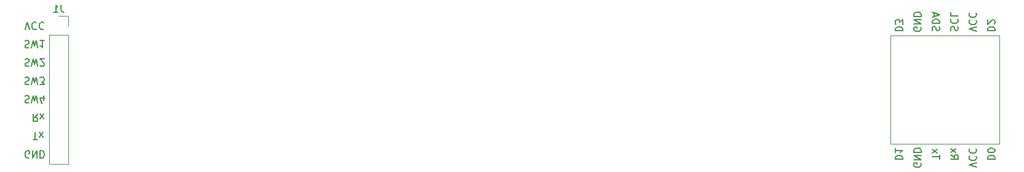
<source format=gbr>
%TF.GenerationSoftware,KiCad,Pcbnew,(6.0.9)*%
%TF.CreationDate,2023-11-02T17:09:57-06:00*%
%TF.ProjectId,MagicWand_Motherboard,4d616769-6357-4616-9e64-5f4d6f746865,rev?*%
%TF.SameCoordinates,Original*%
%TF.FileFunction,Legend,Bot*%
%TF.FilePolarity,Positive*%
%FSLAX46Y46*%
G04 Gerber Fmt 4.6, Leading zero omitted, Abs format (unit mm)*
G04 Created by KiCad (PCBNEW (6.0.9)) date 2023-11-02 17:09:57*
%MOMM*%
%LPD*%
G01*
G04 APERTURE LIST*
%ADD10C,0.150000*%
%ADD11C,0.120000*%
G04 APERTURE END LIST*
D10*
X103957523Y-94019619D02*
X104528952Y-94019619D01*
X104243238Y-93019619D02*
X104243238Y-94019619D01*
X104767047Y-93019619D02*
X105290857Y-93686285D01*
X104767047Y-93686285D02*
X105290857Y-93019619D01*
X102806666Y-82907238D02*
X102949523Y-82859619D01*
X103187619Y-82859619D01*
X103282857Y-82907238D01*
X103330476Y-82954857D01*
X103378095Y-83050095D01*
X103378095Y-83145333D01*
X103330476Y-83240571D01*
X103282857Y-83288190D01*
X103187619Y-83335809D01*
X102997142Y-83383428D01*
X102901904Y-83431047D01*
X102854285Y-83478666D01*
X102806666Y-83573904D01*
X102806666Y-83669142D01*
X102854285Y-83764380D01*
X102901904Y-83812000D01*
X102997142Y-83859619D01*
X103235238Y-83859619D01*
X103378095Y-83812000D01*
X103711428Y-83859619D02*
X103949523Y-82859619D01*
X104140000Y-83573904D01*
X104330476Y-82859619D01*
X104568571Y-83859619D01*
X104901904Y-83764380D02*
X104949523Y-83812000D01*
X105044761Y-83859619D01*
X105282857Y-83859619D01*
X105378095Y-83812000D01*
X105425714Y-83764380D01*
X105473333Y-83669142D01*
X105473333Y-83573904D01*
X105425714Y-83431047D01*
X104854285Y-82859619D01*
X105473333Y-82859619D01*
X226052000Y-97281904D02*
X226099619Y-97377142D01*
X226099619Y-97520000D01*
X226052000Y-97662857D01*
X225956761Y-97758095D01*
X225861523Y-97805714D01*
X225671047Y-97853333D01*
X225528190Y-97853333D01*
X225337714Y-97805714D01*
X225242476Y-97758095D01*
X225147238Y-97662857D01*
X225099619Y-97520000D01*
X225099619Y-97424761D01*
X225147238Y-97281904D01*
X225194857Y-97234285D01*
X225528190Y-97234285D01*
X225528190Y-97424761D01*
X225099619Y-96805714D02*
X226099619Y-96805714D01*
X225099619Y-96234285D01*
X226099619Y-96234285D01*
X225099619Y-95758095D02*
X226099619Y-95758095D01*
X226099619Y-95520000D01*
X226052000Y-95377142D01*
X225956761Y-95281904D01*
X225861523Y-95234285D01*
X225671047Y-95186666D01*
X225528190Y-95186666D01*
X225337714Y-95234285D01*
X225242476Y-95281904D01*
X225147238Y-95377142D01*
X225099619Y-95520000D01*
X225099619Y-95758095D01*
X102806666Y-87987238D02*
X102949523Y-87939619D01*
X103187619Y-87939619D01*
X103282857Y-87987238D01*
X103330476Y-88034857D01*
X103378095Y-88130095D01*
X103378095Y-88225333D01*
X103330476Y-88320571D01*
X103282857Y-88368190D01*
X103187619Y-88415809D01*
X102997142Y-88463428D01*
X102901904Y-88511047D01*
X102854285Y-88558666D01*
X102806666Y-88653904D01*
X102806666Y-88749142D01*
X102854285Y-88844380D01*
X102901904Y-88892000D01*
X102997142Y-88939619D01*
X103235238Y-88939619D01*
X103378095Y-88892000D01*
X103711428Y-88939619D02*
X103949523Y-87939619D01*
X104140000Y-88653904D01*
X104330476Y-87939619D01*
X104568571Y-88939619D01*
X105378095Y-88606285D02*
X105378095Y-87939619D01*
X105140000Y-88987238D02*
X104901904Y-88272952D01*
X105520952Y-88272952D01*
X103378095Y-96512000D02*
X103282857Y-96559619D01*
X103140000Y-96559619D01*
X102997142Y-96512000D01*
X102901904Y-96416761D01*
X102854285Y-96321523D01*
X102806666Y-96131047D01*
X102806666Y-95988190D01*
X102854285Y-95797714D01*
X102901904Y-95702476D01*
X102997142Y-95607238D01*
X103140000Y-95559619D01*
X103235238Y-95559619D01*
X103378095Y-95607238D01*
X103425714Y-95654857D01*
X103425714Y-95988190D01*
X103235238Y-95988190D01*
X103854285Y-95559619D02*
X103854285Y-96559619D01*
X104425714Y-95559619D01*
X104425714Y-96559619D01*
X104901904Y-95559619D02*
X104901904Y-96559619D01*
X105140000Y-96559619D01*
X105282857Y-96512000D01*
X105378095Y-96416761D01*
X105425714Y-96321523D01*
X105473333Y-96131047D01*
X105473333Y-95988190D01*
X105425714Y-95797714D01*
X105378095Y-95702476D01*
X105282857Y-95607238D01*
X105140000Y-95559619D01*
X104901904Y-95559619D01*
X102806666Y-78779619D02*
X103140000Y-77779619D01*
X103473333Y-78779619D01*
X104378095Y-77874857D02*
X104330476Y-77827238D01*
X104187619Y-77779619D01*
X104092380Y-77779619D01*
X103949523Y-77827238D01*
X103854285Y-77922476D01*
X103806666Y-78017714D01*
X103759047Y-78208190D01*
X103759047Y-78351047D01*
X103806666Y-78541523D01*
X103854285Y-78636761D01*
X103949523Y-78732000D01*
X104092380Y-78779619D01*
X104187619Y-78779619D01*
X104330476Y-78732000D01*
X104378095Y-78684380D01*
X105378095Y-77874857D02*
X105330476Y-77827238D01*
X105187619Y-77779619D01*
X105092380Y-77779619D01*
X104949523Y-77827238D01*
X104854285Y-77922476D01*
X104806666Y-78017714D01*
X104759047Y-78208190D01*
X104759047Y-78351047D01*
X104806666Y-78541523D01*
X104854285Y-78636761D01*
X104949523Y-78732000D01*
X105092380Y-78779619D01*
X105187619Y-78779619D01*
X105330476Y-78732000D01*
X105378095Y-78684380D01*
X102806666Y-85447238D02*
X102949523Y-85399619D01*
X103187619Y-85399619D01*
X103282857Y-85447238D01*
X103330476Y-85494857D01*
X103378095Y-85590095D01*
X103378095Y-85685333D01*
X103330476Y-85780571D01*
X103282857Y-85828190D01*
X103187619Y-85875809D01*
X102997142Y-85923428D01*
X102901904Y-85971047D01*
X102854285Y-86018666D01*
X102806666Y-86113904D01*
X102806666Y-86209142D01*
X102854285Y-86304380D01*
X102901904Y-86352000D01*
X102997142Y-86399619D01*
X103235238Y-86399619D01*
X103378095Y-86352000D01*
X103711428Y-86399619D02*
X103949523Y-85399619D01*
X104140000Y-86113904D01*
X104330476Y-85399619D01*
X104568571Y-86399619D01*
X104854285Y-86399619D02*
X105473333Y-86399619D01*
X105140000Y-86018666D01*
X105282857Y-86018666D01*
X105378095Y-85971047D01*
X105425714Y-85923428D01*
X105473333Y-85828190D01*
X105473333Y-85590095D01*
X105425714Y-85494857D01*
X105378095Y-85447238D01*
X105282857Y-85399619D01*
X104997142Y-85399619D01*
X104901904Y-85447238D01*
X104854285Y-85494857D01*
X104552761Y-90479619D02*
X104219428Y-90955809D01*
X103981333Y-90479619D02*
X103981333Y-91479619D01*
X104362285Y-91479619D01*
X104457523Y-91432000D01*
X104505142Y-91384380D01*
X104552761Y-91289142D01*
X104552761Y-91146285D01*
X104505142Y-91051047D01*
X104457523Y-91003428D01*
X104362285Y-90955809D01*
X103981333Y-90955809D01*
X104886095Y-90479619D02*
X105409904Y-91146285D01*
X104886095Y-91146285D02*
X105409904Y-90479619D01*
X102806666Y-80367238D02*
X102949523Y-80319619D01*
X103187619Y-80319619D01*
X103282857Y-80367238D01*
X103330476Y-80414857D01*
X103378095Y-80510095D01*
X103378095Y-80605333D01*
X103330476Y-80700571D01*
X103282857Y-80748190D01*
X103187619Y-80795809D01*
X102997142Y-80843428D01*
X102901904Y-80891047D01*
X102854285Y-80938666D01*
X102806666Y-81033904D01*
X102806666Y-81129142D01*
X102854285Y-81224380D01*
X102901904Y-81272000D01*
X102997142Y-81319619D01*
X103235238Y-81319619D01*
X103378095Y-81272000D01*
X103711428Y-81319619D02*
X103949523Y-80319619D01*
X104140000Y-81033904D01*
X104330476Y-80319619D01*
X104568571Y-81319619D01*
X105473333Y-80319619D02*
X104901904Y-80319619D01*
X105187619Y-80319619D02*
X105187619Y-81319619D01*
X105092380Y-81176761D01*
X104997142Y-81081523D01*
X104901904Y-81033904D01*
%TO.C,U1*%
X222559619Y-96750095D02*
X223559619Y-96750095D01*
X223559619Y-96512000D01*
X223512000Y-96369142D01*
X223416761Y-96273904D01*
X223321523Y-96226285D01*
X223131047Y-96178666D01*
X222988190Y-96178666D01*
X222797714Y-96226285D01*
X222702476Y-96273904D01*
X222607238Y-96369142D01*
X222559619Y-96512000D01*
X222559619Y-96750095D01*
X222559619Y-95226285D02*
X222559619Y-95797714D01*
X222559619Y-95512000D02*
X223559619Y-95512000D01*
X223416761Y-95607238D01*
X223321523Y-95702476D01*
X223273904Y-95797714D01*
X230227238Y-78914476D02*
X230179619Y-78771619D01*
X230179619Y-78533523D01*
X230227238Y-78438285D01*
X230274857Y-78390666D01*
X230370095Y-78343047D01*
X230465333Y-78343047D01*
X230560571Y-78390666D01*
X230608190Y-78438285D01*
X230655809Y-78533523D01*
X230703428Y-78724000D01*
X230751047Y-78819238D01*
X230798666Y-78866857D01*
X230893904Y-78914476D01*
X230989142Y-78914476D01*
X231084380Y-78866857D01*
X231132000Y-78819238D01*
X231179619Y-78724000D01*
X231179619Y-78485904D01*
X231132000Y-78343047D01*
X230274857Y-77343047D02*
X230227238Y-77390666D01*
X230179619Y-77533523D01*
X230179619Y-77628761D01*
X230227238Y-77771619D01*
X230322476Y-77866857D01*
X230417714Y-77914476D01*
X230608190Y-77962095D01*
X230751047Y-77962095D01*
X230941523Y-77914476D01*
X231036761Y-77866857D01*
X231132000Y-77771619D01*
X231179619Y-77628761D01*
X231179619Y-77533523D01*
X231132000Y-77390666D01*
X231084380Y-77343047D01*
X230179619Y-76438285D02*
X230179619Y-76914476D01*
X231179619Y-76914476D01*
X228639619Y-96702476D02*
X228639619Y-96131047D01*
X227639619Y-96416761D02*
X228639619Y-96416761D01*
X227639619Y-95892952D02*
X228306285Y-95369142D01*
X228306285Y-95892952D02*
X227639619Y-95369142D01*
X230179619Y-96107238D02*
X230655809Y-96440571D01*
X230179619Y-96678666D02*
X231179619Y-96678666D01*
X231179619Y-96297714D01*
X231132000Y-96202476D01*
X231084380Y-96154857D01*
X230989142Y-96107238D01*
X230846285Y-96107238D01*
X230751047Y-96154857D01*
X230703428Y-96202476D01*
X230655809Y-96297714D01*
X230655809Y-96678666D01*
X230179619Y-95773904D02*
X230846285Y-95250095D01*
X230846285Y-95773904D02*
X230179619Y-95250095D01*
X233719619Y-97853333D02*
X232719619Y-97520000D01*
X233719619Y-97186666D01*
X232814857Y-96281904D02*
X232767238Y-96329523D01*
X232719619Y-96472380D01*
X232719619Y-96567619D01*
X232767238Y-96710476D01*
X232862476Y-96805714D01*
X232957714Y-96853333D01*
X233148190Y-96900952D01*
X233291047Y-96900952D01*
X233481523Y-96853333D01*
X233576761Y-96805714D01*
X233672000Y-96710476D01*
X233719619Y-96567619D01*
X233719619Y-96472380D01*
X233672000Y-96329523D01*
X233624380Y-96281904D01*
X232814857Y-95281904D02*
X232767238Y-95329523D01*
X232719619Y-95472380D01*
X232719619Y-95567619D01*
X232767238Y-95710476D01*
X232862476Y-95805714D01*
X232957714Y-95853333D01*
X233148190Y-95900952D01*
X233291047Y-95900952D01*
X233481523Y-95853333D01*
X233576761Y-95805714D01*
X233672000Y-95710476D01*
X233719619Y-95567619D01*
X233719619Y-95472380D01*
X233672000Y-95329523D01*
X233624380Y-95281904D01*
X226052000Y-97281904D02*
X226099619Y-97377142D01*
X226099619Y-97520000D01*
X226052000Y-97662857D01*
X225956761Y-97758095D01*
X225861523Y-97805714D01*
X225671047Y-97853333D01*
X225528190Y-97853333D01*
X225337714Y-97805714D01*
X225242476Y-97758095D01*
X225147238Y-97662857D01*
X225099619Y-97520000D01*
X225099619Y-97424761D01*
X225147238Y-97281904D01*
X225194857Y-97234285D01*
X225528190Y-97234285D01*
X225528190Y-97424761D01*
X225099619Y-96805714D02*
X226099619Y-96805714D01*
X225099619Y-96234285D01*
X226099619Y-96234285D01*
X225099619Y-95758095D02*
X226099619Y-95758095D01*
X226099619Y-95520000D01*
X226052000Y-95377142D01*
X225956761Y-95281904D01*
X225861523Y-95234285D01*
X225671047Y-95186666D01*
X225528190Y-95186666D01*
X225337714Y-95234285D01*
X225242476Y-95281904D01*
X225147238Y-95377142D01*
X225099619Y-95520000D01*
X225099619Y-95758095D01*
X226052000Y-78485904D02*
X226099619Y-78581142D01*
X226099619Y-78724000D01*
X226052000Y-78866857D01*
X225956761Y-78962095D01*
X225861523Y-79009714D01*
X225671047Y-79057333D01*
X225528190Y-79057333D01*
X225337714Y-79009714D01*
X225242476Y-78962095D01*
X225147238Y-78866857D01*
X225099619Y-78724000D01*
X225099619Y-78628761D01*
X225147238Y-78485904D01*
X225194857Y-78438285D01*
X225528190Y-78438285D01*
X225528190Y-78628761D01*
X225099619Y-78009714D02*
X226099619Y-78009714D01*
X225099619Y-77438285D01*
X226099619Y-77438285D01*
X225099619Y-76962095D02*
X226099619Y-76962095D01*
X226099619Y-76724000D01*
X226052000Y-76581142D01*
X225956761Y-76485904D01*
X225861523Y-76438285D01*
X225671047Y-76390666D01*
X225528190Y-76390666D01*
X225337714Y-76438285D01*
X225242476Y-76485904D01*
X225147238Y-76581142D01*
X225099619Y-76724000D01*
X225099619Y-76962095D01*
X235259619Y-96750095D02*
X236259619Y-96750095D01*
X236259619Y-96512000D01*
X236212000Y-96369142D01*
X236116761Y-96273904D01*
X236021523Y-96226285D01*
X235831047Y-96178666D01*
X235688190Y-96178666D01*
X235497714Y-96226285D01*
X235402476Y-96273904D01*
X235307238Y-96369142D01*
X235259619Y-96512000D01*
X235259619Y-96750095D01*
X236259619Y-95559619D02*
X236259619Y-95464380D01*
X236212000Y-95369142D01*
X236164380Y-95321523D01*
X236069142Y-95273904D01*
X235878666Y-95226285D01*
X235640571Y-95226285D01*
X235450095Y-95273904D01*
X235354857Y-95321523D01*
X235307238Y-95369142D01*
X235259619Y-95464380D01*
X235259619Y-95559619D01*
X235307238Y-95654857D01*
X235354857Y-95702476D01*
X235450095Y-95750095D01*
X235640571Y-95797714D01*
X235878666Y-95797714D01*
X236069142Y-95750095D01*
X236164380Y-95702476D01*
X236212000Y-95654857D01*
X236259619Y-95559619D01*
X222559619Y-78970095D02*
X223559619Y-78970095D01*
X223559619Y-78732000D01*
X223512000Y-78589142D01*
X223416761Y-78493904D01*
X223321523Y-78446285D01*
X223131047Y-78398666D01*
X222988190Y-78398666D01*
X222797714Y-78446285D01*
X222702476Y-78493904D01*
X222607238Y-78589142D01*
X222559619Y-78732000D01*
X222559619Y-78970095D01*
X223559619Y-78065333D02*
X223559619Y-77446285D01*
X223178666Y-77779619D01*
X223178666Y-77636761D01*
X223131047Y-77541523D01*
X223083428Y-77493904D01*
X222988190Y-77446285D01*
X222750095Y-77446285D01*
X222654857Y-77493904D01*
X222607238Y-77541523D01*
X222559619Y-77636761D01*
X222559619Y-77922476D01*
X222607238Y-78017714D01*
X222654857Y-78065333D01*
X235259619Y-78970095D02*
X236259619Y-78970095D01*
X236259619Y-78732000D01*
X236212000Y-78589142D01*
X236116761Y-78493904D01*
X236021523Y-78446285D01*
X235831047Y-78398666D01*
X235688190Y-78398666D01*
X235497714Y-78446285D01*
X235402476Y-78493904D01*
X235307238Y-78589142D01*
X235259619Y-78732000D01*
X235259619Y-78970095D01*
X236164380Y-78017714D02*
X236212000Y-77970095D01*
X236259619Y-77874857D01*
X236259619Y-77636761D01*
X236212000Y-77541523D01*
X236164380Y-77493904D01*
X236069142Y-77446285D01*
X235973904Y-77446285D01*
X235831047Y-77493904D01*
X235259619Y-78065333D01*
X235259619Y-77446285D01*
X233719619Y-79057333D02*
X232719619Y-78724000D01*
X233719619Y-78390666D01*
X232814857Y-77485904D02*
X232767238Y-77533523D01*
X232719619Y-77676380D01*
X232719619Y-77771619D01*
X232767238Y-77914476D01*
X232862476Y-78009714D01*
X232957714Y-78057333D01*
X233148190Y-78104952D01*
X233291047Y-78104952D01*
X233481523Y-78057333D01*
X233576761Y-78009714D01*
X233672000Y-77914476D01*
X233719619Y-77771619D01*
X233719619Y-77676380D01*
X233672000Y-77533523D01*
X233624380Y-77485904D01*
X232814857Y-76485904D02*
X232767238Y-76533523D01*
X232719619Y-76676380D01*
X232719619Y-76771619D01*
X232767238Y-76914476D01*
X232862476Y-77009714D01*
X232957714Y-77057333D01*
X233148190Y-77104952D01*
X233291047Y-77104952D01*
X233481523Y-77057333D01*
X233576761Y-77009714D01*
X233672000Y-76914476D01*
X233719619Y-76771619D01*
X233719619Y-76676380D01*
X233672000Y-76533523D01*
X233624380Y-76485904D01*
X227687238Y-78938285D02*
X227639619Y-78795428D01*
X227639619Y-78557333D01*
X227687238Y-78462095D01*
X227734857Y-78414476D01*
X227830095Y-78366857D01*
X227925333Y-78366857D01*
X228020571Y-78414476D01*
X228068190Y-78462095D01*
X228115809Y-78557333D01*
X228163428Y-78747809D01*
X228211047Y-78843047D01*
X228258666Y-78890666D01*
X228353904Y-78938285D01*
X228449142Y-78938285D01*
X228544380Y-78890666D01*
X228592000Y-78843047D01*
X228639619Y-78747809D01*
X228639619Y-78509714D01*
X228592000Y-78366857D01*
X227639619Y-77938285D02*
X228639619Y-77938285D01*
X228639619Y-77700190D01*
X228592000Y-77557333D01*
X228496761Y-77462095D01*
X228401523Y-77414476D01*
X228211047Y-77366857D01*
X228068190Y-77366857D01*
X227877714Y-77414476D01*
X227782476Y-77462095D01*
X227687238Y-77557333D01*
X227639619Y-77700190D01*
X227639619Y-77938285D01*
X227925333Y-76985904D02*
X227925333Y-76509714D01*
X227639619Y-77081142D02*
X228639619Y-76747809D01*
X227639619Y-76414476D01*
%TO.C,J1*%
X107775333Y-75369380D02*
X107775333Y-76083666D01*
X107822952Y-76226523D01*
X107918190Y-76321761D01*
X108061047Y-76369380D01*
X108156285Y-76369380D01*
X106775333Y-76369380D02*
X107346761Y-76369380D01*
X107061047Y-76369380D02*
X107061047Y-75369380D01*
X107156285Y-75512238D01*
X107251523Y-75607476D01*
X107346761Y-75655095D01*
D11*
%TO.C,U1*%
X236862000Y-94622000D02*
X221862000Y-94622000D01*
X221862000Y-94622000D02*
X221862000Y-79622000D01*
X221862000Y-79622000D02*
X236862000Y-79622000D01*
X236862000Y-79622000D02*
X236862000Y-94622000D01*
%TO.C,J1*%
X106112000Y-79517000D02*
X106112000Y-97357000D01*
X108772000Y-78247000D02*
X108772000Y-76917000D01*
X108772000Y-76917000D02*
X107442000Y-76917000D01*
X108772000Y-97357000D02*
X106112000Y-97357000D01*
X108772000Y-79517000D02*
X108772000Y-97357000D01*
X108772000Y-79517000D02*
X106112000Y-79517000D01*
%TD*%
M02*

</source>
